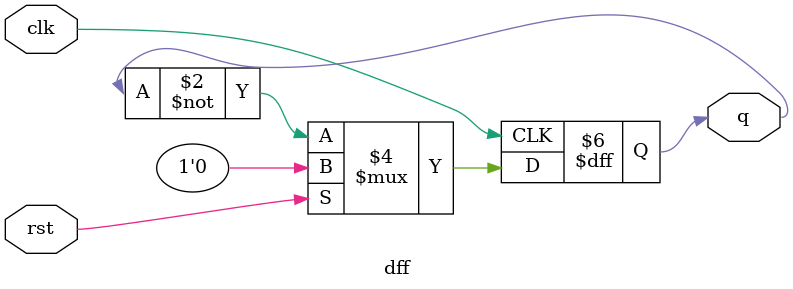
<source format=v>
module dff(q,clk,rst);
input clk,rst;
output reg q;
always @(posedge clk)
begin
	if(rst)
		q<=0;
	else    q<=~q;
end
endmodule


</source>
